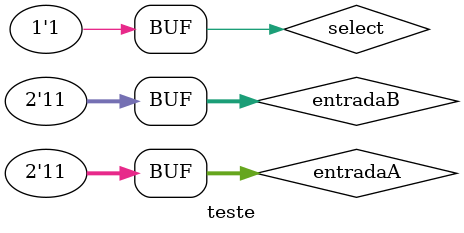
<source format=v>

module NOT(output s,input a);
	not N1(s,a);
endmodule

module OR(output s, input a, input b, input c,input d);
	or O1(s,a,b,c);
endmodule

module AND(output s, input a, input b, input c, input d);
	and A1(s,a,b,c,d);
endmodule

module XNOR(output s, input a, input b, input c, input d);
	xnor X1(s,a,b,c,d);
endmodule

module comparar(output s, input[1:0] a, input[1:0] b, input select);
	wire nota;//negação de a[1]
	wire notb;//negação de a[0]
	wire notc;//negação de b[1]
	wire notd;//negação de b[0]
	wire anda;//and(nota,a[0],notc,b[0])
	wire andb;//and(a[1],notb,b[1],notd)
	wire andc;//and(nota,notb,notc,notd)
	wire andd;//and(a[1],a[0],b[1],b[0])
	wire result;//or(anda,andb,andc,andd)
	wire notresult;//negação da linha acima
	NOT NA(nota,a[1]);
	NOT NB(notb,a[0]);
	NOT NC(notc,b[1]);
	NOT ND(notd,b[0]);
	AND A1(anda,nota,a[0],notc,b[0]);
	AND A2(andb,a[1],notb,b[1],notd);
	AND A3(andc,nota,notb,notc,notd);
	AND A4(andd,a[0],a[1],b[0],b[1]);
	OR O1(result,anda,andb,andc,andd);
	NOT NE(notresult,result);
	assign s = (select==0) ? result : notresult;
endmodule

module teste;
	wire saida;
	reg[1:0] entradaA,entradaB;
	reg select; //0= 1!=
	comparar C1(saida,entradaA,entradaB,select);
	initial begin
	$display("\nWadson Ferreira - 460631");
	$display("A=Entrada B=Entrada S=Tipo(0>igual 1>diferente) R=Resultado\n");
	$monitor("A=%2b B=%2b S=%b R=%b",entradaA,entradaB,select,saida);
	
	#1 $display("Mostrando R=1 se forem iguais.");
	#1 entradaA=2'b00; entradaB=2'b00; select=1'b0;
	#1 entradaA=2'b00; entradaB=2'b01; select=1'b0;
	#1 entradaA=2'b00; entradaB=2'b10; select=1'b0;
	#1 entradaA=2'b00; entradaB=2'b11; select=1'b0;
	#1 entradaA=2'b01; entradaB=2'b00; select=1'b0;
	#1 entradaA=2'b01; entradaB=2'b01; select=1'b0;
	#1 entradaA=2'b01; entradaB=2'b10; select=1'b0;
	#1 entradaA=2'b01; entradaB=2'b11; select=1'b0;
	#1 entradaA=2'b10; entradaB=2'b00; select=1'b0;
	#1 entradaA=2'b10; entradaB=2'b01; select=1'b0;
	#1 entradaA=2'b10; entradaB=2'b10; select=1'b0;
	#1 entradaA=2'b10; entradaB=2'b11; select=1'b0;
	#1 entradaA=2'b11; entradaB=2'b00; select=1'b0;
	#1 entradaA=2'b11; entradaB=2'b01; select=1'b0;
	#1 entradaA=2'b11; entradaB=2'b10; select=1'b0;
	#1 entradaA=2'b11; entradaB=2'b11; select=1'b0;
	#1 $display("Não consegui fazer essa ultima linha funcionar.");

	#1 $display("Mostrando R=1 se forem diferentes.");
	#1 entradaA=2'b00; entradaB=2'b00; select=1'b1;
	#1 entradaA=2'b00; entradaB=2'b01; select=1'b1;
	#1 entradaA=2'b00; entradaB=2'b10; select=1'b1;
	#1 entradaA=2'b00; entradaB=2'b11; select=1'b1;
	#1 entradaA=2'b01; entradaB=2'b00; select=1'b1;
	#1 entradaA=2'b01; entradaB=2'b01; select=1'b1;
	#1 entradaA=2'b01; entradaB=2'b10; select=1'b1;
	#1 entradaA=2'b01; entradaB=2'b11; select=1'b1;
	#1 entradaA=2'b10; entradaB=2'b00; select=1'b1;
	#1 entradaA=2'b10; entradaB=2'b01; select=1'b1;
	#1 entradaA=2'b10; entradaB=2'b10; select=1'b1;
	#1 entradaA=2'b10; entradaB=2'b11; select=1'b1;
	#1 entradaA=2'b11; entradaB=2'b00; select=1'b1;
	#1 entradaA=2'b11; entradaB=2'b01; select=1'b1;
	#1 entradaA=2'b11; entradaB=2'b10; select=1'b1;
	#1 entradaA=2'b11; entradaB=2'b11; select=1'b1;
end
endmodule

</source>
